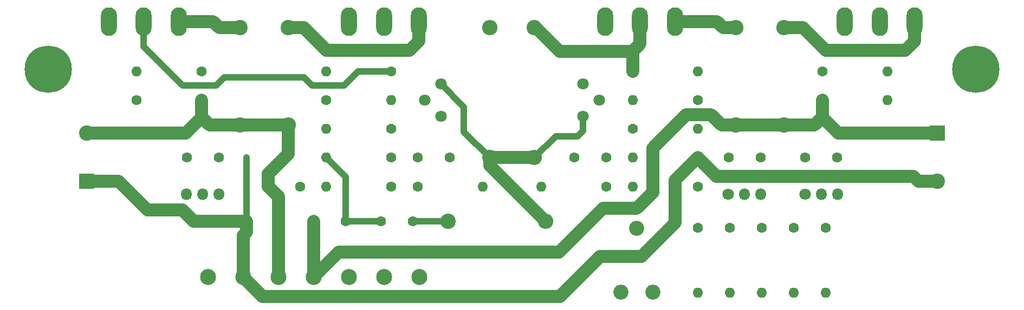
<source format=gtl>
G04 #@! TF.GenerationSoftware,KiCad,Pcbnew,(5.1.7)-1*
G04 #@! TF.CreationDate,2022-09-30T21:34:24+02:00*
G04 #@! TF.ProjectId,Endstufe,456e6473-7475-4666-952e-6b696361645f,rev?*
G04 #@! TF.SameCoordinates,Original*
G04 #@! TF.FileFunction,Copper,L1,Top*
G04 #@! TF.FilePolarity,Positive*
%FSLAX46Y46*%
G04 Gerber Fmt 4.6, Leading zero omitted, Abs format (unit mm)*
G04 Created by KiCad (PCBNEW (5.1.7)-1) date 2022-09-30 21:34:24*
%MOMM*%
%LPD*%
G01*
G04 APERTURE LIST*
G04 #@! TA.AperFunction,ComponentPad*
%ADD10C,2.400000*%
G04 #@! TD*
G04 #@! TA.AperFunction,ComponentPad*
%ADD11O,2.400000X2.400000*%
G04 #@! TD*
G04 #@! TA.AperFunction,ComponentPad*
%ADD12C,2.500000*%
G04 #@! TD*
G04 #@! TA.AperFunction,ComponentPad*
%ADD13R,2.400000X2.400000*%
G04 #@! TD*
G04 #@! TA.AperFunction,ComponentPad*
%ADD14C,1.800000*%
G04 #@! TD*
G04 #@! TA.AperFunction,ComponentPad*
%ADD15O,1.800000X1.800000*%
G04 #@! TD*
G04 #@! TA.AperFunction,ComponentPad*
%ADD16C,1.600000*%
G04 #@! TD*
G04 #@! TA.AperFunction,ComponentPad*
%ADD17O,1.600000X1.600000*%
G04 #@! TD*
G04 #@! TA.AperFunction,ComponentPad*
%ADD18C,2.340000*%
G04 #@! TD*
G04 #@! TA.AperFunction,ComponentPad*
%ADD19O,2.500000X4.500000*%
G04 #@! TD*
G04 #@! TA.AperFunction,ComponentPad*
%ADD20C,7.400000*%
G04 #@! TD*
G04 #@! TA.AperFunction,ViaPad*
%ADD21C,1.000000*%
G04 #@! TD*
G04 #@! TA.AperFunction,Conductor*
%ADD22C,2.000000*%
G04 #@! TD*
G04 #@! TA.AperFunction,Conductor*
%ADD23C,1.000000*%
G04 #@! TD*
G04 APERTURE END LIST*
D10*
X92500000Y-58750000D03*
D11*
X107740000Y-58750000D03*
D12*
X88000000Y-67500000D03*
X82500000Y-67500000D03*
X77000000Y-67500000D03*
X71500000Y-67500000D03*
X66000000Y-67500000D03*
X60500000Y-67500000D03*
X55000000Y-67500000D03*
D13*
X169000000Y-45000000D03*
D10*
X169000000Y-52500000D03*
X67500000Y-28500000D03*
D11*
X67500000Y-43740000D03*
D10*
X60000000Y-28500000D03*
D11*
X60000000Y-43740000D03*
D10*
X145000000Y-43740000D03*
D11*
X145000000Y-28500000D03*
D10*
X137500000Y-43740000D03*
D11*
X137500000Y-28500000D03*
D13*
X36000000Y-52500000D03*
D10*
X36000000Y-45000000D03*
D14*
X148300000Y-54500000D03*
D15*
X150840000Y-54500000D03*
X153380000Y-54500000D03*
D14*
X136300000Y-54500000D03*
D15*
X138840000Y-54500000D03*
X141380000Y-54500000D03*
D16*
X153340000Y-48820000D03*
X148340000Y-48820000D03*
X83660000Y-53320000D03*
D17*
X73500000Y-53320000D03*
D16*
X87750000Y-53320000D03*
D17*
X97910000Y-53320000D03*
D16*
X51660000Y-48820000D03*
X56660000Y-48820000D03*
X69410000Y-53320000D03*
X64410000Y-53320000D03*
X71500000Y-58750000D03*
X76500000Y-58750000D03*
X66000000Y-58750000D03*
X61000000Y-58750000D03*
X131500000Y-53320000D03*
D17*
X121340000Y-53320000D03*
D16*
X117250000Y-53320000D03*
D17*
X107090000Y-53320000D03*
D16*
X82000000Y-58750000D03*
X87000000Y-58750000D03*
X141500000Y-59750000D03*
D17*
X141500000Y-69910000D03*
D16*
X136500000Y-59750000D03*
D17*
X136500000Y-69910000D03*
D16*
X146500000Y-59750000D03*
D17*
X146500000Y-69910000D03*
D16*
X131500000Y-59750000D03*
D17*
X131500000Y-69910000D03*
D18*
X119500000Y-69830000D03*
X122000000Y-59830000D03*
X124500000Y-69830000D03*
D16*
X141340000Y-48820000D03*
X136340000Y-48820000D03*
D14*
X88860000Y-39820000D03*
X91400000Y-42360000D03*
X91400000Y-37280000D03*
X116140000Y-39820000D03*
X113600000Y-37280000D03*
X113600000Y-42360000D03*
D16*
X83660000Y-35320000D03*
D17*
X73500000Y-35320000D03*
D16*
X83660000Y-44320000D03*
D17*
X73500000Y-44320000D03*
D16*
X73500000Y-39820000D03*
D17*
X83660000Y-39820000D03*
D16*
X121340000Y-35320000D03*
D17*
X131500000Y-35320000D03*
D16*
X121340000Y-44320000D03*
D17*
X131500000Y-44320000D03*
D16*
X131500000Y-39820000D03*
D17*
X121340000Y-39820000D03*
D16*
X83660000Y-48820000D03*
D17*
X73500000Y-48820000D03*
D16*
X131500000Y-48820000D03*
D17*
X121340000Y-48820000D03*
D16*
X87750000Y-48820000D03*
X92750000Y-48820000D03*
X117250000Y-48820000D03*
X112250000Y-48820000D03*
X54000000Y-35320000D03*
D17*
X43840000Y-35320000D03*
D16*
X43840000Y-39820000D03*
D17*
X54000000Y-39820000D03*
D16*
X151000000Y-35320000D03*
D17*
X161160000Y-35320000D03*
D16*
X151000000Y-39820000D03*
D17*
X161160000Y-39820000D03*
D16*
X151500000Y-59750000D03*
D17*
X151500000Y-69910000D03*
D15*
X51620000Y-54500000D03*
X54160000Y-54500000D03*
X56700000Y-54500000D03*
D10*
X99000000Y-48820000D03*
D11*
X99000000Y-28500000D03*
D10*
X106000000Y-28500000D03*
D11*
X106000000Y-48820000D03*
D19*
X77050000Y-27500000D03*
X82500000Y-27500000D03*
X87950000Y-27500000D03*
X39500000Y-27500000D03*
X44950000Y-27500000D03*
X50400000Y-27500000D03*
X154500000Y-27500000D03*
X159950000Y-27500000D03*
X165400000Y-27500000D03*
X117050000Y-27500000D03*
X122500000Y-27500000D03*
X127950000Y-27500000D03*
D20*
X175000000Y-35000000D03*
X30000000Y-35000000D03*
D21*
X61000000Y-48820000D03*
X67500000Y-36250000D03*
D22*
X137500000Y-43740000D02*
X145000000Y-43740000D01*
X151000000Y-42500000D02*
X151000000Y-39820000D01*
X153500000Y-45000000D02*
X151000000Y-42500000D01*
X149760000Y-43740000D02*
X151000000Y-42500000D01*
X145000000Y-43740000D02*
X149760000Y-43740000D01*
X71500000Y-67500000D02*
X71500000Y-58750000D01*
X124500000Y-54250000D02*
X124500000Y-47300000D01*
X122000000Y-56750000D02*
X124500000Y-54250000D01*
X109875000Y-63625000D02*
X116750000Y-56750000D01*
X116750000Y-56750000D02*
X122000000Y-56750000D01*
X124500000Y-47300000D02*
X129700000Y-42100000D01*
X129700000Y-42100000D02*
X133600000Y-42100000D01*
X133600000Y-42100000D02*
X135240000Y-43740000D01*
X135240000Y-43740000D02*
X137500000Y-43740000D01*
X75375000Y-63625000D02*
X109875000Y-63625000D01*
X71500000Y-67500000D02*
X75375000Y-63625000D01*
X169000000Y-45000000D02*
X153500000Y-45000000D01*
X135500000Y-28500000D02*
X134500000Y-27500000D01*
X137500000Y-28500000D02*
X135500000Y-28500000D01*
X127950000Y-27500000D02*
X134500000Y-27500000D01*
X165400000Y-30600000D02*
X165400000Y-27500000D01*
X164000000Y-32000000D02*
X165400000Y-30600000D01*
X148000000Y-28500000D02*
X151500000Y-32000000D01*
X145000000Y-28500000D02*
X148000000Y-28500000D01*
X151500000Y-32000000D02*
X164000000Y-32000000D01*
X50400000Y-27500000D02*
X55750000Y-27500000D01*
X56750000Y-28500000D02*
X60000000Y-28500000D01*
X55750000Y-27500000D02*
X56750000Y-28500000D01*
X67500000Y-43740000D02*
X60000000Y-43740000D01*
X67500000Y-43740000D02*
X67500000Y-48250000D01*
X64410000Y-51340000D02*
X64410000Y-53320000D01*
X67500000Y-48250000D02*
X64410000Y-51340000D01*
X36000000Y-45000000D02*
X51500000Y-45000000D01*
X54000000Y-42500000D02*
X54000000Y-39820000D01*
X51500000Y-45000000D02*
X54000000Y-42500000D01*
X55240000Y-43740000D02*
X54000000Y-42500000D01*
X60000000Y-43740000D02*
X55240000Y-43740000D01*
X66000000Y-67500000D02*
X66000000Y-58750000D01*
X66000000Y-54910000D02*
X64410000Y-53320000D01*
X66000000Y-58750000D02*
X66000000Y-54910000D01*
X87950000Y-30550000D02*
X87950000Y-27500000D01*
X86500000Y-32000000D02*
X87950000Y-30550000D01*
X70000000Y-28500000D02*
X73500000Y-32000000D01*
X67500000Y-28500000D02*
X70000000Y-28500000D01*
X73500000Y-32000000D02*
X86500000Y-32000000D01*
X134430000Y-51750000D02*
X131500000Y-48820000D01*
X165250000Y-51750000D02*
X134430000Y-51750000D01*
X166000000Y-52500000D02*
X165250000Y-51750000D01*
X60500000Y-67500000D02*
X60500000Y-61000000D01*
X61000000Y-60500000D02*
X61000000Y-58750000D01*
X60500000Y-61000000D02*
X61000000Y-60500000D01*
X41000000Y-52500000D02*
X36000000Y-52500000D01*
X45500000Y-57000000D02*
X41000000Y-52500000D01*
X51000000Y-57000000D02*
X45500000Y-57000000D01*
X52750000Y-58750000D02*
X51000000Y-57000000D01*
X61000000Y-58750000D02*
X52750000Y-58750000D01*
D23*
X61000000Y-48820000D02*
X61000000Y-58750000D01*
X76500000Y-51820000D02*
X73500000Y-48820000D01*
X76500000Y-58750000D02*
X76500000Y-51820000D01*
X76500000Y-58750000D02*
X82000000Y-58750000D01*
D22*
X128000000Y-52320000D02*
X131500000Y-48820000D01*
X128000000Y-59000000D02*
X128000000Y-52320000D01*
X122750000Y-64250000D02*
X128000000Y-59000000D01*
X116250000Y-64250000D02*
X122750000Y-64250000D01*
X110000000Y-70500000D02*
X116250000Y-64250000D01*
X63500000Y-70500000D02*
X110000000Y-70500000D01*
X60500000Y-67500000D02*
X63500000Y-70500000D01*
X169000000Y-52500000D02*
X166000000Y-52500000D01*
X121340000Y-35320000D02*
X121340000Y-32160000D01*
X122500000Y-31000000D02*
X122500000Y-27500000D01*
X121340000Y-32160000D02*
X122500000Y-31000000D01*
X109910000Y-32160000D02*
X106250000Y-28500000D01*
X121340000Y-32160000D02*
X109910000Y-32160000D01*
D23*
X78430000Y-35320000D02*
X76250000Y-37500000D01*
X83660000Y-35320000D02*
X78430000Y-35320000D01*
X76250000Y-37500000D02*
X71250000Y-37500000D01*
X70000000Y-36250000D02*
X67500000Y-36250000D01*
X71250000Y-37500000D02*
X70000000Y-36250000D01*
X67500000Y-36250000D02*
X57500000Y-36250000D01*
X57500000Y-36250000D02*
X56250000Y-37500000D01*
X56250000Y-37500000D02*
X51000000Y-37500000D01*
X44950000Y-31450000D02*
X44950000Y-27500000D01*
X51000000Y-37500000D02*
X44950000Y-31450000D01*
X87000000Y-58750000D02*
X92500000Y-58750000D01*
D22*
X99000000Y-48820000D02*
X106000000Y-48820000D01*
D23*
X99000000Y-48820000D02*
X95000000Y-44820000D01*
X95000000Y-40880000D02*
X91400000Y-37280000D01*
X95000000Y-44820000D02*
X95000000Y-40880000D01*
X106000000Y-48820000D02*
X109320000Y-45500000D01*
X109320000Y-45500000D02*
X112750000Y-45500000D01*
X113600000Y-44650000D02*
X113600000Y-42360000D01*
X112750000Y-45500000D02*
X113600000Y-44650000D01*
D22*
X99000000Y-50010000D02*
X107740000Y-58750000D01*
X99000000Y-48820000D02*
X99000000Y-50010000D01*
M02*

</source>
